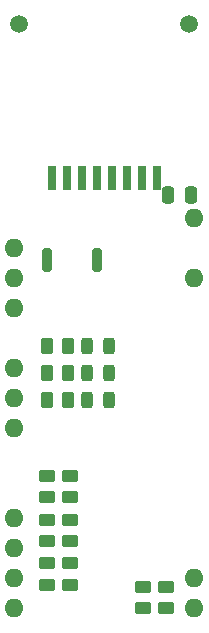
<source format=gbr>
%TF.GenerationSoftware,KiCad,Pcbnew,(6.0.11)*%
%TF.CreationDate,2023-03-05T00:30:33+01:00*%
%TF.ProjectId,gateway-nano-E01-ml01sp4,67617465-7761-4792-9d6e-616e6f2d4530,rev?*%
%TF.SameCoordinates,Original*%
%TF.FileFunction,Soldermask,Bot*%
%TF.FilePolarity,Negative*%
%FSLAX46Y46*%
G04 Gerber Fmt 4.6, Leading zero omitted, Abs format (unit mm)*
G04 Created by KiCad (PCBNEW (6.0.11)) date 2023-03-05 00:30:33*
%MOMM*%
%LPD*%
G01*
G04 APERTURE LIST*
G04 Aperture macros list*
%AMRoundRect*
0 Rectangle with rounded corners*
0 $1 Rounding radius*
0 $2 $3 $4 $5 $6 $7 $8 $9 X,Y pos of 4 corners*
0 Add a 4 corners polygon primitive as box body*
4,1,4,$2,$3,$4,$5,$6,$7,$8,$9,$2,$3,0*
0 Add four circle primitives for the rounded corners*
1,1,$1+$1,$2,$3*
1,1,$1+$1,$4,$5*
1,1,$1+$1,$6,$7*
1,1,$1+$1,$8,$9*
0 Add four rect primitives between the rounded corners*
20,1,$1+$1,$2,$3,$4,$5,0*
20,1,$1+$1,$4,$5,$6,$7,0*
20,1,$1+$1,$6,$7,$8,$9,0*
20,1,$1+$1,$8,$9,$2,$3,0*%
G04 Aperture macros list end*
%ADD10O,1.600000X1.600000*%
%ADD11RoundRect,0.200000X0.200000X0.800000X-0.200000X0.800000X-0.200000X-0.800000X0.200000X-0.800000X0*%
%ADD12RoundRect,0.250000X-0.262500X-0.450000X0.262500X-0.450000X0.262500X0.450000X-0.262500X0.450000X0*%
%ADD13RoundRect,0.243750X-0.243750X-0.456250X0.243750X-0.456250X0.243750X0.456250X-0.243750X0.456250X0*%
%ADD14RoundRect,0.250000X-0.250000X-0.475000X0.250000X-0.475000X0.250000X0.475000X-0.250000X0.475000X0*%
%ADD15RoundRect,0.250000X0.450000X-0.262500X0.450000X0.262500X-0.450000X0.262500X-0.450000X-0.262500X0*%
%ADD16RoundRect,0.250000X-0.450000X0.262500X-0.450000X-0.262500X0.450000X-0.262500X0.450000X0.262500X0*%
%ADD17C,1.500000*%
%ADD18R,0.800000X2.000000*%
G04 APERTURE END LIST*
D10*
%TO.C,A1*%
X130175000Y-88900000D03*
X130175000Y-93980000D03*
X130175000Y-119380000D03*
X130175000Y-121920000D03*
X114935000Y-121920000D03*
X114935000Y-119380000D03*
X114935000Y-116840000D03*
X114935000Y-114300000D03*
X114935000Y-106680000D03*
X114935000Y-104140000D03*
X114935000Y-101600000D03*
X114935000Y-96520000D03*
X114935000Y-93980000D03*
X114935000Y-91440000D03*
%TD*%
D11*
%TO.C,SW1*%
X121900000Y-92400000D03*
X117700000Y-92400000D03*
%TD*%
D12*
%TO.C,R11*%
X119512500Y-104300000D03*
X117687500Y-104300000D03*
%TD*%
%TO.C,R10*%
X119500000Y-102000000D03*
X117675000Y-102000000D03*
%TD*%
%TO.C,R9*%
X119512500Y-99700000D03*
X117687500Y-99700000D03*
%TD*%
D13*
%TO.C,D3*%
X122937500Y-104300000D03*
X121062500Y-104300000D03*
%TD*%
%TO.C,D2*%
X122937500Y-102000000D03*
X121062500Y-102000000D03*
%TD*%
%TO.C,D1*%
X122937500Y-99700000D03*
X121062500Y-99700000D03*
%TD*%
D14*
%TO.C,C1*%
X127950000Y-86900000D03*
X129850000Y-86900000D03*
%TD*%
D15*
%TO.C,R4*%
X117700000Y-112512500D03*
X117700000Y-110687500D03*
%TD*%
D16*
%TO.C,R6*%
X119600000Y-118087500D03*
X119600000Y-119912500D03*
%TD*%
%TO.C,R7*%
X119600000Y-114387500D03*
X119600000Y-116212500D03*
%TD*%
%TO.C,R8*%
X119600000Y-110687500D03*
X119600000Y-112512500D03*
%TD*%
D15*
%TO.C,R1*%
X127800000Y-121912500D03*
X127800000Y-120087500D03*
%TD*%
D17*
%TO.C,U1*%
X129751434Y-72448410D03*
X115315044Y-72456233D03*
D18*
X118124645Y-85440336D03*
X119394645Y-85440336D03*
X120664645Y-85440336D03*
X121934645Y-85440336D03*
X123204645Y-85440336D03*
X124474645Y-85440336D03*
X125744645Y-85440336D03*
X127014645Y-85440336D03*
%TD*%
D16*
%TO.C,R5*%
X125800000Y-120087500D03*
X125800000Y-121912500D03*
%TD*%
D15*
%TO.C,R2*%
X117700000Y-119912500D03*
X117700000Y-118087500D03*
%TD*%
%TO.C,R3*%
X117700000Y-116212500D03*
X117700000Y-114387500D03*
%TD*%
M02*

</source>
